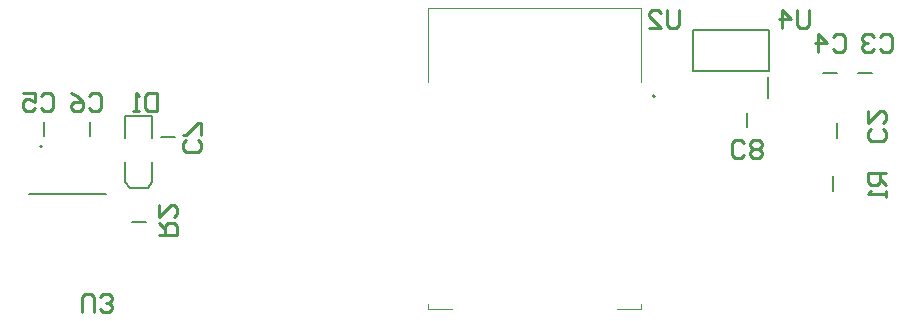
<source format=gbo>
G04*
G04 #@! TF.GenerationSoftware,Altium Limited,Altium Designer,20.2.6 (244)*
G04*
G04 Layer_Color=32896*
%FSLAX25Y25*%
%MOIN*%
G70*
G04*
G04 #@! TF.SameCoordinates,144DF908-3300-4855-B5FD-CD95A974D408*
G04*
G04*
G04 #@! TF.FilePolarity,Positive*
G04*
G01*
G75*
%ADD13C,0.00787*%
%ADD14C,0.00394*%
%ADD15C,0.01000*%
D13*
X91736Y256916D02*
G03*
X91736Y256916I-350J0D01*
G01*
X295686Y273189D02*
G03*
X295686Y273976I0J394D01*
G01*
D02*
G03*
X295686Y273189I0J-394D01*
G01*
X131513Y260039D02*
X136237D01*
X326772Y263189D02*
Y267913D01*
X333760Y272956D02*
Y279846D01*
X308661Y281913D02*
X334252D01*
X308661D02*
Y295692D01*
X334252D01*
Y281913D02*
Y295692D01*
X87598Y240991D02*
X113189D01*
X121653Y231693D02*
X126378D01*
X355512Y242126D02*
Y246850D01*
X119488Y245079D02*
Y251772D01*
X126969Y243110D02*
X128543Y245079D01*
X119488D02*
X121063Y243110D01*
X128543Y245079D02*
Y251772D01*
X121063Y243110D02*
X126969D01*
X119488Y267126D02*
X128543D01*
X119488Y259646D02*
Y267126D01*
X128543Y259646D02*
Y267126D01*
X107694Y260236D02*
Y264961D01*
X92520Y260236D02*
Y264961D01*
X351969Y281299D02*
X356693D01*
X363779D02*
X368504D01*
X356693Y259826D02*
Y264550D01*
D14*
X291355Y202520D02*
Y204488D01*
X283481Y202520D02*
X291355D01*
X220489D02*
X228363D01*
X220489D02*
Y204488D01*
X291355Y278307D02*
Y302913D01*
X220489D02*
X291355D01*
X220489Y278307D02*
Y302913D01*
D15*
X143732Y258843D02*
X144731Y257843D01*
Y255844D01*
X143732Y254844D01*
X139733D01*
X138733Y255844D01*
Y257843D01*
X139733Y258843D01*
X144731Y260842D02*
Y264841D01*
X143732D01*
X139733Y260842D01*
X138733D01*
X325772Y253906D02*
X324772Y252906D01*
X322773D01*
X321773Y253906D01*
Y257905D01*
X322773Y258905D01*
X324772D01*
X325772Y257905D01*
X327771Y253906D02*
X328771Y252906D01*
X330770D01*
X331770Y253906D01*
Y254906D01*
X330770Y255906D01*
X331770Y256905D01*
Y257905D01*
X330770Y258905D01*
X328771D01*
X327771Y257905D01*
Y256905D01*
X328771Y255906D01*
X327771Y254906D01*
Y253906D01*
X328771Y255906D02*
X330770D01*
X347518Y302212D02*
Y297213D01*
X346518Y296214D01*
X344519D01*
X343519Y297213D01*
Y302212D01*
X338521Y296214D02*
Y302212D01*
X341520Y299213D01*
X337521D01*
X105238Y201725D02*
Y206724D01*
X106237Y207723D01*
X108237D01*
X109237Y206724D01*
Y201725D01*
X111236Y202725D02*
X112236Y201725D01*
X114235D01*
X115235Y202725D01*
Y203725D01*
X114235Y204724D01*
X113235D01*
X114235D01*
X115235Y205724D01*
Y206724D01*
X114235Y207723D01*
X112236D01*
X111236Y206724D01*
X304211Y302212D02*
Y297213D01*
X303211Y296214D01*
X301212D01*
X300212Y297213D01*
Y302212D01*
X294214Y296214D02*
X298213D01*
X294214Y300212D01*
Y301212D01*
X295214Y302212D01*
X297213D01*
X298213Y301212D01*
X130859Y227285D02*
X136857D01*
Y230284D01*
X135858Y231284D01*
X133858D01*
X132859Y230284D01*
Y227285D01*
Y229284D02*
X130859Y231284D01*
Y237282D02*
Y233283D01*
X134858Y237282D01*
X135858D01*
X136857Y236282D01*
Y234283D01*
X135858Y233283D01*
X373078Y248093D02*
X367080D01*
Y245094D01*
X368079Y244094D01*
X370079D01*
X371078Y245094D01*
Y248093D01*
Y246094D02*
X373078Y244094D01*
Y242095D02*
Y240096D01*
Y241095D01*
X367080D01*
X368079Y242095D01*
X129983Y274653D02*
Y268654D01*
X126984D01*
X125984Y269654D01*
Y273653D01*
X126984Y274653D01*
X129983D01*
X123985Y268654D02*
X121985D01*
X122985D01*
Y274653D01*
X123985Y273653D01*
X107299D02*
X108299Y274653D01*
X110298D01*
X111298Y273653D01*
Y269654D01*
X110298Y268654D01*
X108299D01*
X107299Y269654D01*
X101301Y274653D02*
X103300Y273653D01*
X105299Y271654D01*
Y269654D01*
X104300Y268654D01*
X102301D01*
X101301Y269654D01*
Y270654D01*
X102301Y271654D01*
X105299D01*
X91551Y273653D02*
X92550Y274653D01*
X94550D01*
X95550Y273653D01*
Y269654D01*
X94550Y268654D01*
X92550D01*
X91551Y269654D01*
X85553Y274653D02*
X89552D01*
Y271654D01*
X87552Y272653D01*
X86553D01*
X85553Y271654D01*
Y269654D01*
X86553Y268654D01*
X88552D01*
X89552Y269654D01*
X355330Y293338D02*
X356330Y294338D01*
X358329D01*
X359329Y293338D01*
Y289339D01*
X358329Y288340D01*
X356330D01*
X355330Y289339D01*
X350332Y288340D02*
Y294338D01*
X353331Y291339D01*
X349332D01*
X371078Y293338D02*
X372078Y294338D01*
X374077D01*
X375077Y293338D01*
Y289339D01*
X374077Y288340D01*
X372078D01*
X371078Y289339D01*
X369079Y293338D02*
X368079Y294338D01*
X366080D01*
X365080Y293338D01*
Y292338D01*
X366080Y291339D01*
X367080D01*
X366080D01*
X365080Y290339D01*
Y289339D01*
X366080Y288340D01*
X368079D01*
X369079Y289339D01*
X372078Y262780D02*
X373078Y261780D01*
Y259781D01*
X372078Y258781D01*
X368079D01*
X367080Y259781D01*
Y261780D01*
X368079Y262780D01*
X367080Y268778D02*
Y264779D01*
X371078Y268778D01*
X372078D01*
X373078Y267778D01*
Y265779D01*
X372078Y264779D01*
M02*

</source>
